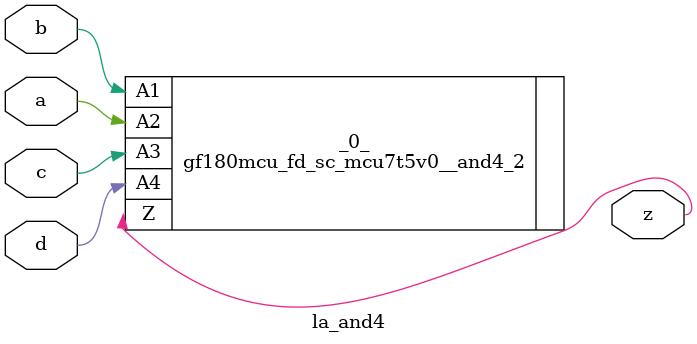
<source format=v>
/* Generated by Yosys 0.37 (git sha1 a5c7f69ed, clang 14.0.0-1ubuntu1.1 -fPIC -Os) */

module la_and4(a, b, c, d, z);
  input a;
  wire a;
  input b;
  wire b;
  input c;
  wire c;
  input d;
  wire d;
  output z;
  wire z;
  gf180mcu_fd_sc_mcu7t5v0__and4_2 _0_ (
    .A1(b),
    .A2(a),
    .A3(c),
    .A4(d),
    .Z(z)
  );
endmodule

</source>
